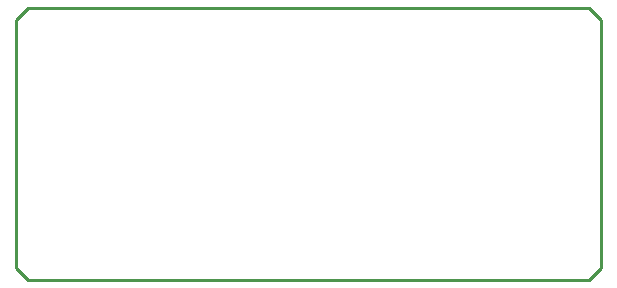
<source format=gbr>
G04 EAGLE Gerber RS-274X export*
G75*
%MOMM*%
%FSLAX34Y34*%
%LPD*%
%IN*%
%IPPOS*%
%AMOC8*
5,1,8,0,0,1.08239X$1,22.5*%
G01*
%ADD10C,0.254000*%


D10*
X0Y10000D02*
X10000Y0D01*
X485000Y0D01*
X495000Y10000D01*
X495000Y220000D01*
X485000Y230000D01*
X10000Y230000D01*
X0Y220000D01*
X0Y10000D01*
M02*

</source>
